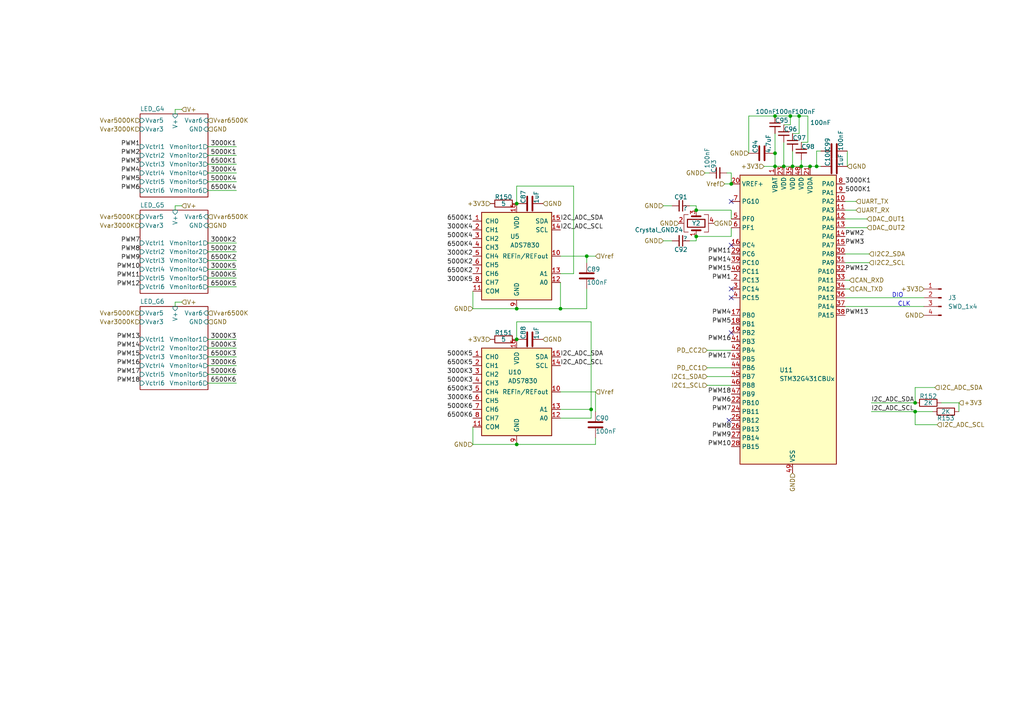
<source format=kicad_sch>
(kicad_sch (version 20231120) (generator "eeschema") (generator_version "7.99")
  (paper "A4")
  (lib_symbols
    (symbol "Analog_DAC:ADS7830" (pin_names (offset 1.016))
      (property "Reference" "U" (at -10.16 13.716 0))
      (property "Value" "ADS7830" (at 1.778 13.716 0))
      (symbol "ADS7830_0_1"
        (rectangle (start -10.16 12.7) (end 10.16 -12.7) (stroke (width 0.254)) (fill (type background)))
      )
      (symbol "ADS7830_1_1"
        (pin input line (at -12.7 10.16 0) (length 2.54) (name "CH0") (number "1"))
        (pin bidirectional line (at 12.7 0 180) (length 2.54) (name "REFin/REFout") (number "10"))
        (pin input line (at -12.7 -10.16 0) (length 2.54) (name "COM") (number "11"))
        (pin input line (at 12.7 -7.62 180) (length 2.54) (name "A0") (number "12"))
        (pin input line (at 12.7 -5.08 180) (length 2.54) (name "A1") (number "13"))
        (pin input line (at 12.7 7.62 180) (length 2.54) (name "SCL") (number "14"))
        (pin bidirectional line (at 12.7 10.16 180) (length 2.54) (name "SDA") (number "15"))
        (pin power_in line (at 0 15.24 270) (length 2.54) (name "VDD") (number "16"))
        (pin input line (at -12.7 7.62 0) (length 2.54) (name "CH1") (number "2"))
        (pin input line (at -12.7 5.08 0) (length 2.54) (name "CH2") (number "3"))
        (pin input line (at -12.7 2.54 0) (length 2.54) (name "CH3") (number "4"))
        (pin input line (at -12.7 0 0) (length 2.54) (name "CH4") (number "5"))
        (pin input line (at -12.7 -2.54 0) (length 2.54) (name "CH5") (number "6"))
        (pin input line (at -12.7 -5.08 0) (length 2.54) (name "CH6") (number "7"))
        (pin input line (at -12.7 -7.62 0) (length 2.54) (name "CH7") (number "8"))
        (pin power_in line (at 0 -15.24 90) (length 2.54) (name "GND") (number "9"))
      )
    )
    (symbol "Connector:Conn_01x04_Pin" (pin_names (offset 1.016) hide)
      (property "Reference" "J" (at 0 5.08 0))
      (property "Value" "Conn_01x04_Pin" (at 0 -7.62 0))
      (symbol "Conn_01x04_Pin_1_1"
        (polyline (pts (xy 1.27 -5.08) (xy 0.8636 -5.08)) (stroke (width 0.1524)))
        (polyline (pts (xy 1.27 -2.54) (xy 0.8636 -2.54)) (stroke (width 0.1524)))
        (polyline (pts (xy 1.27 0) (xy 0.8636 0)) (stroke (width 0.1524)))
        (polyline (pts (xy 1.27 2.54) (xy 0.8636 2.54)) (stroke (width 0.1524)))
        (rectangle (start 0.8636 -4.953) (end 0 -5.207) (stroke (width 0.1524)) (fill (type outline)))
        (rectangle (start 0.8636 -2.413) (end 0 -2.667) (stroke (width 0.1524)) (fill (type outline)))
        (rectangle (start 0.8636 0.127) (end 0 -0.127) (stroke (width 0.1524)) (fill (type outline)))
        (rectangle (start 0.8636 2.667) (end 0 2.413) (stroke (width 0.1524)) (fill (type outline)))
        (pin passive line (at 5.08 2.54 180) (length 3.81) (name "Pin_1") (number "1"))
        (pin passive line (at 5.08 0 180) (length 3.81) (name "Pin_2") (number "2"))
        (pin passive line (at 5.08 -2.54 180) (length 3.81) (name "Pin_3") (number "3"))
        (pin passive line (at 5.08 -5.08 180) (length 3.81) (name "Pin_4") (number "4"))
      )
    )
    (symbol "Device:C" (pin_numbers hide) (pin_names (offset 0.254))
      (property "Reference" "C" (at 0.635 2.54 0))
      (property "Value" "C" (at 0.635 -2.54 0))
      (symbol "C_0_1"
        (polyline (pts (xy -2.032 -0.762) (xy 2.032 -0.762)) (stroke (width 0.508)))
        (polyline (pts (xy -2.032 0.762) (xy 2.032 0.762)) (stroke (width 0.508)))
      )
      (symbol "C_1_1"
        (pin passive line (at 0 3.81 270) (length 2.794) (name "~") (number "1"))
        (pin passive line (at 0 -3.81 90) (length 2.794) (name "~") (number "2"))
      )
    )
    (symbol "Device:C_Small" (pin_numbers hide) (pin_names (offset 0.254) hide)
      (property "Reference" "C" (at 0.254 1.778 0))
      (property "Value" "C_Small" (at 0.254 -2.032 0))
      (symbol "C_Small_0_1"
        (polyline (pts (xy -1.524 -0.508) (xy 1.524 -0.508)) (stroke (width 0.3302)))
        (polyline (pts (xy -1.524 0.508) (xy 1.524 0.508)) (stroke (width 0.3048)))
      )
      (symbol "C_Small_1_1"
        (pin passive line (at 0 2.54 270) (length 2.032) (name "~") (number "1"))
        (pin passive line (at 0 -2.54 90) (length 2.032) (name "~") (number "2"))
      )
    )
    (symbol "Device:Crystal_GND24" (pin_names (offset 1.016) hide)
      (property "Reference" "Y" (at 3.175 5.08 0))
      (property "Value" "Crystal_GND24" (at 3.175 3.175 0))
      (symbol "Crystal_GND24_0_1"
        (rectangle (start -1.143 2.54) (end 1.143 -2.54) (stroke (width 0.3048)))
        (polyline (pts (xy -2.54 0) (xy -2.032 0)))
        (polyline (pts (xy -2.032 -1.27) (xy -2.032 1.27)) (stroke (width 0.508)))
        (polyline (pts (xy 0 -3.81) (xy 0 -3.556)))
        (polyline (pts (xy 0 3.556) (xy 0 3.81)))
        (polyline (pts (xy 2.032 -1.27) (xy 2.032 1.27)) (stroke (width 0.508)))
        (polyline (pts (xy 2.032 0) (xy 2.54 0)))
        (polyline (pts (xy -2.54 -2.286) (xy -2.54 -3.556) (xy 2.54 -3.556) (xy 2.54 -2.286)))
        (polyline (pts (xy -2.54 2.286) (xy -2.54 3.556) (xy 2.54 3.556) (xy 2.54 2.286)))
      )
      (symbol "Crystal_GND24_1_1"
        (pin passive line (at -3.81 0 0) (length 1.27) (name "1") (number "1"))
        (pin passive line (at 0 5.08 270) (length 1.27) (name "2") (number "2"))
        (pin passive line (at 3.81 0 180) (length 1.27) (name "3") (number "3"))
        (pin passive line (at 0 -5.08 90) (length 1.27) (name "4") (number "4"))
      )
    )
    (symbol "Device:R" (pin_numbers hide) (pin_names (offset 0))
      (property "Reference" "R" (at 2.032 0 90))
      (property "Value" "R" (at 0 0 90))
      (symbol "R_0_1"
        (rectangle (start -1.016 -2.54) (end 1.016 2.54) (stroke (width 0.254)))
      )
      (symbol "R_1_1"
        (pin passive line (at 0 3.81 270) (length 1.27) (name "~") (number "1"))
        (pin passive line (at 0 -3.81 90) (length 1.27) (name "~") (number "2"))
      )
    )
    (symbol "MCU_ST_STM32G4:STM32G431CBUx"
      (property "Reference" "U" (at -12.7 44.45 0))
      (property "Value" "STM32G431CBUx" (at 10.16 44.45 0))
      (symbol "STM32G431CBUx_0_1"
        (rectangle (start -12.7 -40.64) (end 15.24 43.18) (stroke (width 0.254)) (fill (type background)))
      )
      (symbol "STM32G431CBUx_1_1"
        (pin power_in line (at -2.54 45.72 270) (length 2.54) (name "VBAT") (number "1"))
        (pin bidirectional line (at 17.78 35.56 180) (length 2.54) (name "PA2") (number "10"))
        (pin bidirectional line (at 17.78 33.02 180) (length 2.54) (name "PA3") (number "11"))
        (pin bidirectional line (at 17.78 30.48 180) (length 2.54) (name "PA4") (number "12"))
        (pin bidirectional line (at 17.78 27.94 180) (length 2.54) (name "PA5") (number "13"))
        (pin bidirectional line (at 17.78 25.4 180) (length 2.54) (name "PA6") (number "14"))
        (pin bidirectional line (at 17.78 22.86 180) (length 2.54) (name "PA7") (number "15"))
        (pin bidirectional line (at -15.24 22.86 0) (length 2.54) (name "PC4") (number "16"))
        (pin bidirectional line (at -15.24 2.54 0) (length 2.54) (name "PB0") (number "17"))
        (pin bidirectional line (at -15.24 0 0) (length 2.54) (name "PB1") (number "18"))
        (pin bidirectional line (at -15.24 -2.54 0) (length 2.54) (name "PB2") (number "19"))
        (pin bidirectional line (at -15.24 12.7 0) (length 2.54) (name "PC13") (number "2"))
        (pin input line (at -15.24 40.64 0) (length 2.54) (name "VREF+") (number "20"))
        (pin power_in line (at 7.62 45.72 270) (length 2.54) (name "VDDA") (number "21"))
        (pin bidirectional line (at -15.24 -22.86 0) (length 2.54) (name "PB10") (number "22"))
        (pin power_in line (at 0 45.72 270) (length 2.54) (name "VDD") (number "23"))
        (pin bidirectional line (at -15.24 -25.4 0) (length 2.54) (name "PB11") (number "24"))
        (pin bidirectional line (at -15.24 -27.94 0) (length 2.54) (name "PB12") (number "25"))
        (pin bidirectional line (at -15.24 -30.48 0) (length 2.54) (name "PB13") (number "26"))
        (pin bidirectional line (at -15.24 -33.02 0) (length 2.54) (name "PB14") (number "27"))
        (pin bidirectional line (at -15.24 -35.56 0) (length 2.54) (name "PB15") (number "28"))
        (pin bidirectional line (at -15.24 20.32 0) (length 2.54) (name "PC6") (number "29"))
        (pin bidirectional line (at -15.24 10.16 0) (length 2.54) (name "PC14") (number "3"))
        (pin bidirectional line (at 17.78 20.32 180) (length 2.54) (name "PA8") (number "30"))
        (pin bidirectional line (at 17.78 17.78 180) (length 2.54) (name "PA9") (number "31"))
        (pin bidirectional line (at 17.78 15.24 180) (length 2.54) (name "PA10") (number "32"))
        (pin bidirectional line (at 17.78 12.7 180) (length 2.54) (name "PA11") (number "33"))
        (pin bidirectional line (at 17.78 10.16 180) (length 2.54) (name "PA12") (number "34"))
        (pin power_in line (at 2.54 45.72 270) (length 2.54) (name "VDD") (number "35"))
        (pin bidirectional line (at 17.78 7.62 180) (length 2.54) (name "PA13") (number "36"))
        (pin bidirectional line (at 17.78 5.08 180) (length 2.54) (name "PA14") (number "37"))
        (pin bidirectional line (at 17.78 2.54 180) (length 2.54) (name "PA15") (number "38"))
        (pin bidirectional line (at -15.24 17.78 0) (length 2.54) (name "PC10") (number "39"))
        (pin bidirectional line (at -15.24 7.62 0) (length 2.54) (name "PC15") (number "4"))
        (pin bidirectional line (at -15.24 15.24 0) (length 2.54) (name "PC11") (number "40"))
        (pin bidirectional line (at -15.24 -5.08 0) (length 2.54) (name "PB3") (number "41"))
        (pin bidirectional line (at -15.24 -7.62 0) (length 2.54) (name "PB4") (number "42"))
        (pin bidirectional line (at -15.24 -10.16 0) (length 2.54) (name "PB5") (number "43"))
        (pin bidirectional line (at -15.24 -12.7 0) (length 2.54) (name "PB6") (number "44"))
        (pin bidirectional line (at -15.24 -15.24 0) (length 2.54) (name "PB7") (number "45"))
        (pin bidirectional line (at -15.24 -17.78 0) (length 2.54) (name "PB8") (number "46"))
        (pin bidirectional line (at -15.24 -20.32 0) (length 2.54) (name "PB9") (number "47"))
        (pin power_in line (at 5.08 45.72 270) (length 2.54) (name "VDD") (number "48"))
        (pin power_in line (at 2.54 -43.18 90) (length 2.54) (name "VSS") (number "49"))
        (pin bidirectional line (at -15.24 30.48 0) (length 2.54) (name "PF0") (number "5"))
        (pin bidirectional line (at -15.24 27.94 0) (length 2.54) (name "PF1") (number "6"))
        (pin bidirectional line (at -15.24 35.56 0) (length 2.54) (name "PG10") (number "7"))
        (pin bidirectional line (at 17.78 40.64 180) (length 2.54) (name "PA0") (number "8"))
        (pin bidirectional line (at 17.78 38.1 180) (length 2.54) (name "PA1") (number "9"))
      )
    )
  )
  (junction (at 231.775 33.655))
  (junction (at 224.79 33.655))
  (junction (at 265.43 116.84))
  (junction (at 232.41 48.26))
  (junction (at 212.09 53.34))
  (junction (at 224.79 44.45))
  (junction (at 201.93 60.96))
  (junction (at 149.86 59.055))
  (junction (at 265.43 119.38))
  (junction (at 227.33 48.26))
  (junction (at 234.95 48.26))
  (junction (at 149.86 98.425))
  (junction (at 229.87 48.26))
  (junction (at 171.45 118.745))
  (junction (at 149.86 89.535))
  (junction (at 224.79 48.26))
  (junction (at 236.855 48.26))
  (junction (at 149.86 128.905))
  (junction (at 229.235 33.655))
  (junction (at 170.18 74.295))
  (junction (at 162.56 89.535))
  (junction (at 201.93 68.58))
  (no_connect (at 212.09 83.82))
  (no_connect (at 211.455 121.92))
  (no_connect (at 212.09 58.42))
  (no_connect (at 212.09 96.52))
  (no_connect (at 212.09 86.36))
  (no_connect (at 212.09 71.12))
  (wire (pts (xy 252.73 119.38) (xy 265.43 119.38)))
  (wire (pts (xy 137.16 84.455) (xy 137.16 89.535)))
  (wire (pts (xy 149.86 53.975) (xy 149.86 59.055)))
  (wire (pts (xy 229.87 43.815) (xy 229.87 48.26)))
  (wire (pts (xy 60.325 55.245) (xy 68.58 55.245)))
  (wire (pts (xy 162.56 79.375) (xy 166.37 79.375)))
  (wire (pts (xy 265.43 119.38) (xy 270.51 119.38)))
  (wire (pts (xy 60.325 73.025) (xy 68.58 73.025)))
  (wire (pts (xy 224.79 38.735) (xy 224.79 44.45)))
  (wire (pts (xy 212.09 68.58) (xy 212.09 66.04)))
  (wire (pts (xy 171.45 93.345) (xy 149.86 93.345)))
  (wire (pts (xy 172.72 127) (xy 172.72 128.905)))
  (wire (pts (xy 60.325 83.185) (xy 68.58 83.185)))
  (wire (pts (xy 217.17 33.655) (xy 224.79 33.655)))
  (wire (pts (xy 60.325 103.505) (xy 68.58 103.505)))
  (wire (pts (xy 217.17 33.655) (xy 217.17 44.45)))
  (wire (pts (xy 192.405 59.69) (xy 194.945 59.69)))
  (wire (pts (xy 201.93 68.58) (xy 212.09 68.58)))
  (wire (pts (xy 236.855 43.815) (xy 236.855 48.26)))
  (wire (pts (xy 273.05 116.84) (xy 278.13 116.84)))
  (wire (pts (xy 278.13 116.84) (xy 278.13 119.38)))
  (wire (pts (xy 60.325 106.045) (xy 68.58 106.045)))
  (wire (pts (xy 238.125 43.815) (xy 236.855 43.815)))
  (wire (pts (xy 267.97 88.9) (xy 245.11 88.9)))
  (wire (pts (xy 60.325 108.585) (xy 68.58 108.585)))
  (wire (pts (xy 212.09 50.165) (xy 212.09 53.34)))
  (wire (pts (xy 229.235 36.195) (xy 229.235 33.655)))
  (wire (pts (xy 205.105 101.6) (xy 212.09 101.6)))
  (wire (pts (xy 149.86 128.905) (xy 172.72 128.905)))
  (wire (pts (xy 162.56 81.915) (xy 162.56 89.535)))
  (wire (pts (xy 229.87 38.735) (xy 231.775 38.735)))
  (wire (pts (xy 52.705 31.75) (xy 50.8 31.75)))
  (wire (pts (xy 245.11 86.36) (xy 267.97 86.36)))
  (wire (pts (xy 205.74 50.165) (xy 204.47 50.165)))
  (wire (pts (xy 246.38 83.82) (xy 245.11 83.82)))
  (wire (pts (xy 170.18 89.535) (xy 162.56 89.535)))
  (wire (pts (xy 201.93 59.69) (xy 201.93 60.96)))
  (wire (pts (xy 50.8 59.69) (xy 50.8 60.96)))
  (wire (pts (xy 232.41 41.275) (xy 234.315 41.275)))
  (wire (pts (xy 205.105 111.76) (xy 212.09 111.76)))
  (wire (pts (xy 60.325 111.125) (xy 68.58 111.125)))
  (wire (pts (xy 205.105 106.68) (xy 212.09 106.68)))
  (wire (pts (xy 60.325 47.625) (xy 68.58 47.625)))
  (wire (pts (xy 60.325 70.485) (xy 68.58 70.485)))
  (wire (pts (xy 265.43 112.395) (xy 265.43 116.84)))
  (wire (pts (xy 137.16 89.535) (xy 149.86 89.535)))
  (wire (pts (xy 205.105 109.22) (xy 212.09 109.22)))
  (wire (pts (xy 166.37 53.975) (xy 149.86 53.975)))
  (wire (pts (xy 224.79 48.26) (xy 227.33 48.26)))
  (wire (pts (xy 171.45 121.285) (xy 171.45 118.745)))
  (wire (pts (xy 60.325 52.705) (xy 68.58 52.705)))
  (wire (pts (xy 172.72 113.665) (xy 162.56 113.665)))
  (wire (pts (xy 162.56 118.745) (xy 171.45 118.745)))
  (wire (pts (xy 60.325 42.545) (xy 68.58 42.545)))
  (wire (pts (xy 227.33 41.275) (xy 227.33 48.26)))
  (wire (pts (xy 210.185 53.34) (xy 212.09 53.34)))
  (wire (pts (xy 172.72 113.665) (xy 172.72 119.38)))
  (wire (pts (xy 232.41 46.355) (xy 232.41 48.26)))
  (wire (pts (xy 201.93 69.85) (xy 201.93 68.58)))
  (wire (pts (xy 234.95 48.26) (xy 236.855 48.26)))
  (wire (pts (xy 234.315 41.275) (xy 234.315 33.655)))
  (wire (pts (xy 60.325 78.105) (xy 68.58 78.105)))
  (wire (pts (xy 137.16 128.905) (xy 149.86 128.905)))
  (wire (pts (xy 192.405 69.85) (xy 194.945 69.85)))
  (wire (pts (xy 224.79 44.45) (xy 224.79 48.26)))
  (wire (pts (xy 137.16 123.825) (xy 137.16 128.905)))
  (wire (pts (xy 231.775 38.735) (xy 231.775 33.655)))
  (wire (pts (xy 245.11 73.66) (xy 252.095 73.66)))
  (wire (pts (xy 60.325 80.645) (xy 68.58 80.645)))
  (wire (pts (xy 212.09 60.96) (xy 212.09 63.5)))
  (wire (pts (xy 271.145 112.395) (xy 265.43 112.395)))
  (wire (pts (xy 265.43 119.38) (xy 265.43 123.19)))
  (wire (pts (xy 245.11 76.2) (xy 252.095 76.2)))
  (wire (pts (xy 170.18 76.2) (xy 170.18 74.295)))
  (wire (pts (xy 231.775 33.655) (xy 234.315 33.655)))
  (wire (pts (xy 227.33 48.26) (xy 229.87 48.26)))
  (wire (pts (xy 236.855 48.26) (xy 238.125 48.26)))
  (wire (pts (xy 210.82 50.165) (xy 212.09 50.165)))
  (wire (pts (xy 245.745 43.815) (xy 245.745 48.26)))
  (wire (pts (xy 52.705 87.63) (xy 50.8 87.63)))
  (wire (pts (xy 232.41 48.26) (xy 234.95 48.26)))
  (wire (pts (xy 60.325 98.425) (xy 68.58 98.425)))
  (wire (pts (xy 50.8 87.63) (xy 50.8 88.9)))
  (wire (pts (xy 252.73 116.84) (xy 265.43 116.84)))
  (wire (pts (xy 50.8 31.75) (xy 50.8 33.02)))
  (wire (pts (xy 172.72 74.295) (xy 170.18 74.295)))
  (wire (pts (xy 251.46 63.5) (xy 245.11 63.5)))
  (wire (pts (xy 60.325 45.085) (xy 68.58 45.085)))
  (wire (pts (xy 170.18 83.82) (xy 170.18 89.535)))
  (wire (pts (xy 60.325 75.565) (xy 68.58 75.565)))
  (wire (pts (xy 248.285 58.42) (xy 245.11 58.42)))
  (wire (pts (xy 248.285 60.96) (xy 245.11 60.96)))
  (wire (pts (xy 229.87 48.26) (xy 232.41 48.26)))
  (wire (pts (xy 224.79 33.655) (xy 229.235 33.655)))
  (wire (pts (xy 246.38 81.28) (xy 245.11 81.28)))
  (wire (pts (xy 60.325 50.165) (xy 68.58 50.165)))
  (wire (pts (xy 251.46 66.04) (xy 245.11 66.04)))
  (wire (pts (xy 271.78 123.19) (xy 265.43 123.19)))
  (wire (pts (xy 162.56 89.535) (xy 149.86 89.535)))
  (wire (pts (xy 149.86 93.345) (xy 149.86 98.425)))
  (wire (pts (xy 201.93 60.96) (xy 212.09 60.96)))
  (wire (pts (xy 221.615 48.26) (xy 224.79 48.26)))
  (wire (pts (xy 200.025 59.69) (xy 201.93 59.69)))
  (wire (pts (xy 162.56 121.285) (xy 171.45 121.285)))
  (wire (pts (xy 60.325 100.965) (xy 68.58 100.965)))
  (wire (pts (xy 200.025 69.85) (xy 201.93 69.85)))
  (wire (pts (xy 229.235 33.655) (xy 231.775 33.655)))
  (wire (pts (xy 166.37 79.375) (xy 166.37 53.975)))
  (wire (pts (xy 227.33 36.195) (xy 229.235 36.195)))
  (wire (pts (xy 162.56 74.295) (xy 170.18 74.295)))
  (wire (pts (xy 171.45 118.745) (xy 171.45 93.345)))
  (wire (pts (xy 52.705 59.69) (xy 50.8 59.69)))
  (text "DIO" (at 260.35 85.725 0) (effects (font (size 1.27 1.27))))
  (text "CLK" (at 262.255 88.265 0) (effects (font (size 1.27 1.27))))
  (label "I2C_ADC_SCL" (at 162.56 106.045 0))
  (label "5000K2" (at 68.58 73.025 180))
  (label "3000K4" (at 68.58 50.165 180))
  (label "6500K4" (at 137.16 71.755 180))
  (label "PWM10" (at 40.64 78.105 180))
  (label "3000K5" (at 68.58 78.105 180))
  (label "3000K6" (at 68.58 106.045 180))
  (label "PWM12" (at 40.64 83.185 180))
  (label "PWM13" (at 40.64 98.425 180))
  (label "6500K1" (at 137.16 64.135 180))
  (label "5000K3" (at 137.16 111.125 180))
  (label "PWM14" (at 212.09 76.2 180))
  (label "5000K4" (at 137.16 69.215 180))
  (label "PWM4" (at 40.64 50.165 180))
  (label "PWM6" (at 212.09 116.84 180))
  (label "3000K5" (at 137.16 81.915 180))
  (label "3000K1" (at 245.11 53.34 0))
  (label "PWM15" (at 212.09 78.74 180))
  (label "PWM4" (at 212.09 91.44 180))
  (label "6500K6" (at 137.16 121.285 180))
  (label "6500K5" (at 137.16 106.045 180))
  (label "6500K3" (at 137.16 113.665 180))
  (label "PWM2" (at 245.11 68.58 0))
  (label "I2C_ADC_SDA" (at 162.56 64.135 0))
  (label "PWM13" (at 245.11 91.44 0))
  (label "3000K2" (at 137.16 74.295 180))
  (label "PWM18" (at 212.09 114.3 180))
  (label "I2C_ADC_SDA" (at 252.73 116.84 0))
  (label "5000K1" (at 68.58 45.085 180))
  (label "6500K3" (at 68.58 103.505 180))
  (label "5000K4" (at 68.58 52.705 180))
  (label "PWM8" (at 40.64 73.025 180))
  (label "PWM5" (at 40.64 52.705 180))
  (label "PWM2" (at 40.64 45.085 180))
  (label "3000K1" (at 68.58 42.545 180))
  (label "PWM5" (at 212.09 93.98 180))
  (label "PWM1" (at 40.64 42.545 180))
  (label "I2C_ADC_SCL" (at 162.56 66.675 0))
  (label "PWM8" (at 212.09 124.46 180))
  (label "6500K5" (at 68.58 83.185 180))
  (label "PWM10" (at 212.09 129.54 180))
  (label "PWM1" (at 212.09 81.28 180))
  (label "3000K3" (at 68.58 98.425 180))
  (label "PWM9" (at 212.09 127 180))
  (label "PWM3" (at 40.64 47.625 180))
  (label "5000K5" (at 68.58 80.645 180))
  (label "PWM18" (at 40.64 111.125 180))
  (label "PWM7" (at 40.64 70.485 180))
  (label "5000K1" (at 245.11 55.88 0))
  (label "PWM6" (at 40.64 55.245 180))
  (label "5000K6" (at 68.58 108.585 180))
  (label "PWM16" (at 40.64 106.045 180))
  (label "3000K6" (at 137.16 116.205 180))
  (label "PWM16" (at 212.09 99.06 180))
  (label "PWM14" (at 40.64 100.965 180))
  (label "PWM11" (at 40.64 80.645 180))
  (label "3000K2" (at 68.58 70.485 180))
  (label "PWM11" (at 212.09 73.66 180))
  (label "5000K6" (at 137.16 118.745 180))
  (label "5000K5" (at 137.16 103.505 180))
  (label "PWM15" (at 40.64 103.505 180))
  (label "PWM12" (at 245.11 78.74 0))
  (label "I2C_ADC_SDA" (at 162.56 103.505 0))
  (label "6500K6" (at 68.58 111.125 180))
  (label "5000K2" (at 137.16 76.835 180))
  (label "3000K4" (at 137.16 66.675 180))
  (label "6500K1" (at 68.58 47.625 180))
  (label "PWM17" (at 212.09 104.14 180))
  (label "6500K2" (at 137.16 79.375 180))
  (label "6500K2" (at 68.58 75.565 180))
  (label "PWM17" (at 40.64 108.585 180))
  (label "PWM7" (at 212.09 119.38 180))
  (label "6500K4" (at 68.58 55.245 180))
  (label "I2C_ADC_SCL" (at 252.73 119.38 0))
  (label "3000K3" (at 137.16 108.585 180))
  (label "PWM9" (at 40.64 75.565 180))
  (label "5000K3" (at 68.58 100.965 180))
  (label "PWM3" (at 245.11 71.12 0))
  (hierarchical_label "I2C1_SCL" (shape input) (at 205.105 111.76 180))
  (hierarchical_label "Vvar5000K" (shape input) (at 40.64 34.925 180))
  (hierarchical_label "GND" (shape input) (at 137.16 128.905 180))
  (hierarchical_label "I2C1_SDA" (shape input) (at 205.105 109.22 180))
  (hierarchical_label "GND" (shape input) (at 204.47 50.165 180))
  (hierarchical_label "GND" (shape input) (at 207.01 64.77 0))
  (hierarchical_label "Vvar3000K" (shape input) (at 40.64 93.345 180))
  (hierarchical_label "PD_CC1" (shape input) (at 205.105 106.68 180))
  (hierarchical_label "GND" (shape input) (at 192.405 59.69 180))
  (hierarchical_label "I2C_ADC_SDA" (shape input) (at 271.145 112.395 0))
  (hierarchical_label "Vref" (shape input) (at 172.72 113.665 0))
  (hierarchical_label "DAC_OUT1" (shape input) (at 251.46 63.5 0))
  (hierarchical_label "GND" (shape input) (at 267.97 91.44 180))
  (hierarchical_label "GND" (shape input) (at 196.85 64.77 180))
  (hierarchical_label "V+" (shape input) (at 52.705 31.75 0))
  (hierarchical_label "GND" (shape input) (at 245.745 48.26 0))
  (hierarchical_label "I2C2_SCL" (shape input) (at 252.095 76.2 0))
  (hierarchical_label "UART_RX" (shape input) (at 248.285 60.96 0))
  (hierarchical_label "+3V3" (shape input) (at 278.13 116.84 0))
  (hierarchical_label "DAC_OUT2" (shape input) (at 251.46 66.04 0))
  (hierarchical_label "V+" (shape input) (at 52.705 87.63 0))
  (hierarchical_label "Vvar3000K" (shape input) (at 40.64 65.405 180))
  (hierarchical_label "Vvar6500K" (shape input) (at 60.325 90.805 0))
  (hierarchical_label "UART_TX" (shape input) (at 248.285 58.42 0))
  (hierarchical_label "GND" (shape input) (at 217.17 44.45 180))
  (hierarchical_label "+3V3" (shape input) (at 267.97 83.82 180))
  (hierarchical_label "GND" (shape input) (at 157.48 59.055 0))
  (hierarchical_label "GND" (shape input) (at 60.325 65.405 0))
  (hierarchical_label "GND" (shape input) (at 137.16 89.535 180))
  (hierarchical_label "GND" (shape input) (at 157.48 98.425 0))
  (hierarchical_label "V+" (shape input) (at 52.705 59.69 0))
  (hierarchical_label "GND" (shape input) (at 60.325 37.465 0))
  (hierarchical_label "CAN_TXD" (shape input) (at 246.38 83.82 0))
  (hierarchical_label "Vvar5000K" (shape input) (at 40.64 62.865 180))
  (hierarchical_label "Vref" (shape input) (at 210.185 53.34 180))
  (hierarchical_label "Vref" (shape input) (at 172.72 74.295 0))
  (hierarchical_label "+3V3" (shape input) (at 142.24 98.425 180))
  (hierarchical_label "+3V3" (shape input) (at 221.615 48.26 180))
  (hierarchical_label "GND" (shape input) (at 60.325 93.345 0))
  (hierarchical_label "I2C_ADC_SCL" (shape input) (at 271.78 123.19 0))
  (hierarchical_label "Vvar6500K" (shape input) (at 60.325 62.865 0))
  (hierarchical_label "+3V3" (shape input) (at 142.24 59.055 180))
  (hierarchical_label "Vvar3000K" (shape input) (at 40.64 37.465 180))
  (hierarchical_label "Vvar6500K" (shape input) (at 60.325 34.925 0))
  (hierarchical_label "CAN_RXD" (shape input) (at 246.38 81.28 0))
  (hierarchical_label "GND" (shape input) (at 192.405 69.85 180))
  (hierarchical_label "Vvar5000K" (shape input) (at 40.64 90.805 180))
  (hierarchical_label "GND" (shape input) (at 229.87 137.16 270))
  (hierarchical_label "I2C2_SDA" (shape input) (at 252.095 73.66 0))
  (hierarchical_label "PD_CC2" (shape input) (at 205.105 101.6 180))
  (symbol (lib_id "Device:C") (at 170.18 80.01 0) (unit 1)
    (property "Reference" "C89" (at 170.18 78.105 0) (effects (justify left)))
    (property "Value" "100nF" (at 170.18 81.915 0) (effects (justify left)))
    (property "Description" "Unpolarized capacitor" (effects (hide yes)))
  )
  (symbol (lib_id "Device:C_Small") (at 232.41 43.815 0) (unit 1)
    (property "Reference" "C98" (at 232.41 42.545 0) (effects (justify left)))
    (property "Value" "100nF" (at 234.95 35.56 0) (effects (justify left)))
    (property "Description" "Unpolarized capacitor, small symbol" (effects (hide yes)))
  )
  (symbol (lib_id "Device:R") (at 146.05 98.425 90) (unit 1)
    (property "Reference" "R151" (at 146.05 96.52 90))
    (property "Value" "5" (at 146.05 98.425 90))
    (property "Description" "Resistor" (effects (hide yes)))
  )
  (symbol (lib_id "Device:C") (at 153.67 59.055 90) (unit 1)
    (property "Reference" "C87" (at 151.765 59.055 0) (effects (justify left)))
    (property "Value" "1uF" (at 155.575 59.055 0) (effects (justify left)))
    (property "Description" "Unpolarized capacitor" (effects (hide yes)))
  )
  (symbol (lib_id "Device:C") (at 172.72 123.19 0) (unit 1)
    (property "Reference" "C90" (at 172.72 121.285 0) (effects (justify left)))
    (property "Value" "100nF" (at 172.72 125.095 0) (effects (justify left)))
    (property "Description" "Unpolarized capacitor" (effects (hide yes)))
  )
  (symbol (lib_id "Device:C_Small") (at 224.79 36.195 0) (unit 1)
    (property "Reference" "C95" (at 224.79 34.925 0) (effects (justify left)))
    (property "Value" "100nF" (at 219.075 32.385 0) (effects (justify left)))
    (property "Description" "Unpolarized capacitor, small symbol" (effects (hide yes)))
  )
  (symbol (lib_id "Device:C_Small") (at 197.485 69.85 270) (unit 1)
    (property "Reference" "C92" (at 197.485 72.39 90))
    (property "Value" "?" (at 198.755 69.215 90))
    (property "Description" "Unpolarized capacitor, small symbol" (effects (hide yes)))
  )
  (symbol (lib_id "Device:C") (at 153.67 98.425 90) (unit 1)
    (property "Reference" "C88" (at 151.765 98.425 0) (effects (justify left)))
    (property "Value" "1uF" (at 155.575 98.425 0) (effects (justify left)))
    (property "Description" "Unpolarized capacitor" (effects (hide yes)))
  )
  (symbol (lib_id "Analog_DAC:ADS7830") (at 149.86 74.295 0) (unit 1)
    (property "Reference" "U5" (at 147.955 68.58 0) (effects (justify left)))
    (property "Value" "ADS7830" (at 147.955 71.12 0) (effects (justify left)))
    (property "Footprint" "Package_SO:TSSOP-16_4.4x5mm_P0.65mm" (effects (hide yes)))
    (property "Datasheet" "http://www.ti.com/lit/ds/symlink/ads7830.pdf" (effects (hide yes)))
    (property "Description" "Single-supply, 8bit, 8 ch, SAR, 70kHz SR, 2.7 - 5 VDD, I2C, TSSOP-16" (effects (hide yes)))
  )
  (symbol (lib_id "Device:C") (at 220.98 44.45 90) (unit 1)
    (property "Reference" "C94" (at 219.075 44.45 0) (effects (justify left)))
    (property "Value" "4.7uF" (at 222.885 44.45 0) (effects (justify left)))
    (property "Description" "Unpolarized capacitor" (effects (hide yes)))
  )
  (symbol (lib_id "Connector:Conn_01x04_Pin") (at 273.05 86.36 0) (mirror y) (unit 1)
    (property "Reference" "J3" (at 274.955 86.3599 0) (effects (justify right)))
    (property "Value" "SWD_1x4" (at 274.955 88.8999 0) (effects (justify right)))
    (property "Description" "Generic connector, single row, 01x04, script generated" (effects (hide yes)))
  )
  (symbol (lib_id "Device:C_Small") (at 208.28 50.165 90) (unit 1)
    (property "Reference" "C93" (at 207.01 50.165 0) (effects (justify left)))
    (property "Value" "100nF" (at 205.105 48.895 0) (effects (justify left)))
    (property "Description" "Unpolarized capacitor, small symbol" (effects (hide yes)))
  )
  (symbol (lib_id "Device:R") (at 274.32 119.38 90) (mirror x) (unit 1)
    (property "Reference" "R153" (at 274.32 121.285 90))
    (property "Value" "2K" (at 274.32 119.38 90))
    (property "Description" "Resistor" (effects (hide yes)))
  )
  (symbol (lib_id "MCU_ST_STM32G4:STM32G431CBUx") (at 227.33 93.98 0) (unit 1)
    (property "Reference" "U11" (at 226.06 107.315 0) (effects (justify left)))
    (property "Value" "STM32G431CBUx" (at 226.06 109.855 0) (effects (justify left)))
    (property "Footprint" "Package_DFN_QFN:QFN-48-1EP_7x7mm_P0.5mm_EP5.6x5.6mm" (effects (hide yes)))
    (property "Datasheet" "https://www.st.com/resource/en/datasheet/stm32g431cb.pdf" (effects (hide yes)))
    (property "Description" "STMicroelectronics Arm Cortex-M4 MCU, 128KB flash, 32KB RAM, 170 MHz, 1.71-3.6V, 42 GPIO, UFQFPN48" (effects (hide yes)))
  )
  (symbol (lib_id "Device:Crystal_GND24") (at 201.93 64.77 90) (unit 1)
    (property "Reference" "Y2" (at 201.93 64.77 90))
    (property "Value" "Crystal_GND24" (at 191.135 66.675 90))
    (property "Description" "Four pin crystal, GND on pins 2 and 4" (effects (hide yes)))
  )
  (symbol (lib_id "Device:R") (at 146.05 59.055 90) (unit 1)
    (property "Reference" "R150" (at 146.05 57.15 90))
    (property "Value" "5" (at 146.05 59.055 90))
    (property "Description" "Resistor" (effects (hide yes)))
  )
  (symbol (lib_id "Device:R") (at 269.24 116.84 90) (unit 1)
    (property "Reference" "R152" (at 269.24 114.935 90))
    (property "Value" "2K" (at 269.24 116.84 90))
    (property "Description" "Resistor" (effects (hide yes)))
  )
  (symbol (lib_id "Device:C_Small") (at 229.87 41.275 0) (unit 1)
    (property "Reference" "C97" (at 229.87 40.005 0) (effects (justify left)))
    (property "Value" "100nF" (at 230.505 32.385 0) (effects (justify left)))
    (property "Description" "Unpolarized capacitor, small symbol" (effects (hide yes)))
  )
  (symbol (lib_id "Analog_DAC:ADS7830") (at 149.86 113.665 0) (unit 1)
    (property "Reference" "U10" (at 147.32 107.95 0) (effects (justify left)))
    (property "Value" "ADS7830" (at 147.32 110.49 0) (effects (justify left)))
    (property "Footprint" "Package_SO:TSSOP-16_4.4x5mm_P0.65mm" (effects (hide yes)))
    (property "Datasheet" "http://www.ti.com/lit/ds/symlink/ads7830.pdf" (effects (hide yes)))
    (property "Description" "Single-supply, 8bit, 8 ch, SAR, 70kHz SR, 2.7 - 5 VDD, I2C, TSSOP-16" (effects (hide yes)))
  )
  (symbol (lib_id "Device:C") (at 241.935 43.815 90) (unit 1)
    (property "Reference" "C99" (at 240.03 43.815 0) (effects (justify left)))
    (property "Value" "100nF" (at 243.84 43.815 0) (effects (justify left)))
    (property "Description" "Unpolarized capacitor" (effects (hide yes)))
  )
  (symbol (lib_id "Device:C") (at 241.935 48.26 90) (unit 1)
    (property "Reference" "C100" (at 240.03 48.26 0) (effects (justify left)))
    (property "Value" "1uF" (at 243.84 48.26 0) (effects (justify left)))
    (property "Description" "Unpolarized capacitor" (effects (hide yes)))
  )
  (symbol (lib_id "Device:C_Small") (at 197.485 59.69 270) (mirror x) (unit 1)
    (property "Reference" "C91" (at 197.485 57.15 90))
    (property "Value" "?" (at 198.755 60.325 90))
    (property "Description" "Unpolarized capacitor, small symbol" (effects (hide yes)))
  )
  (symbol (lib_id "Device:C_Small") (at 227.33 38.735 0) (unit 1)
    (property "Reference" "C96" (at 227.33 37.465 0) (effects (justify left)))
    (property "Value" "100nF" (at 224.79 32.385 0) (effects (justify left)))
    (property "Description" "Unpolarized capacitor, small symbol" (effects (hide yes)))
  )
  (sheet (at 40.64 88.9) (size 19.685 24.13) (stroke (width 0.1524))
    (property "Sheetname" "LED_G6" (at 40.64 88.1884 0) (effects (justify left bottom)))
    (property "Sheetfile" "LED_G4.kicad_sch" (effects (hide yes)))
    (pin "Vmonitor1" output (at 60.325 98.425 0))
    (pin "Vvar3" input (at 40.64 93.345 180))
    (pin "GND" input (at 60.325 93.345 0))
    (pin "Vctrl1" input (at 40.64 98.425 180))
    (pin "Vctrl5" input (at 40.64 108.585 180))
    (pin "Vvar5" input (at 40.64 90.805 180))
    (pin "Vmonitor5" output (at 60.325 108.585 0))
    (pin "Vctrl3" input (at 40.64 103.505 180))
    (pin "Vvar6" input (at 60.325 90.805 0))
    (pin "Vmonitor3" output (at 60.325 103.505 0))
    (pin "Vctrl6" input (at 40.64 111.125 180))
    (pin "Vctrl4" input (at 40.64 106.045 180))
    (pin "Vmonitor2" output (at 60.325 100.965 0))
    (pin "V+" input (at 50.8 88.9 90))
    (pin "Vctrl2" input (at 40.64 100.965 180))
    (pin "Vmonitor4" output (at 60.325 106.045 0))
    (pin "Vmonitor6" output (at 60.325 111.125 0))
  )
  (sheet (at 40.64 60.96) (size 19.685 24.13) (stroke (width 0.1524))
    (property "Sheetname" "LED_G5" (at 40.64 60.2484 0) (effects (justify left bottom)))
    (property "Sheetfile" "LED_G4.kicad_sch" (effects (hide yes)))
    (pin "Vmonitor1" output (at 60.325 70.485 0))
    (pin "Vvar3" input (at 40.64 65.405 180))
    (pin "GND" input (at 60.325 65.405 0))
    (pin "Vctrl1" input (at 40.64 70.485 180))
    (pin "Vctrl5" input (at 40.64 80.645 180))
    (pin "Vvar5" input (at 40.64 62.865 180))
    (pin "Vmonitor5" output (at 60.325 80.645 0))
    (pin "Vctrl3" input (at 40.64 75.565 180))
    (pin "Vvar6" input (at 60.325 62.865 0))
    (pin "Vmonitor3" output (at 60.325 75.565 0))
    (pin "Vctrl6" input (at 40.64 83.185 180))
    (pin "Vctrl4" input (at 40.64 78.105 180))
    (pin "Vmonitor2" output (at 60.325 73.025 0))
    (pin "V+" input (at 50.8 60.96 90))
    (pin "Vctrl2" input (at 40.64 73.025 180))
    (pin "Vmonitor4" output (at 60.325 78.105 0))
    (pin "Vmonitor6" output (at 60.325 83.185 0))
  )
  (sheet (at 40.64 33.02) (size 19.685 24.13) (stroke (width 0.1524))
    (property "Sheetname" "LED_G4" (at 40.64 32.3084 0) (effects (justify left bottom)))
    (property "Sheetfile" "LED_G4.kicad_sch" (effects (hide yes)))
    (pin "Vmonitor1" output (at 60.325 42.545 0))
    (pin "Vvar3" input (at 40.64 37.465 180))
    (pin "GND" input (at 60.325 37.465 0))
    (pin "Vctrl1" input (at 40.64 42.545 180))
    (pin "Vctrl5" input (at 40.64 52.705 180))
    (pin "Vvar5" input (at 40.64 34.925 180))
    (pin "Vmonitor5" output (at 60.325 52.705 0))
    (pin "Vctrl3" input (at 40.64 47.625 180))
    (pin "Vvar6" input (at 60.325 34.925 0))
    (pin "Vmonitor3" output (at 60.325 47.625 0))
    (pin "Vctrl6" input (at 40.64 55.245 180))
    (pin "Vctrl4" input (at 40.64 50.165 180))
    (pin "Vmonitor2" output (at 60.325 45.085 0))
    (pin "V+" input (at 50.8 33.02 90))
    (pin "Vctrl2" input (at 40.64 45.085 180))
    (pin "Vmonitor4" output (at 60.325 50.165 0))
    (pin "Vmonitor6" output (at 60.325 55.245 0))
  )
)
</source>
